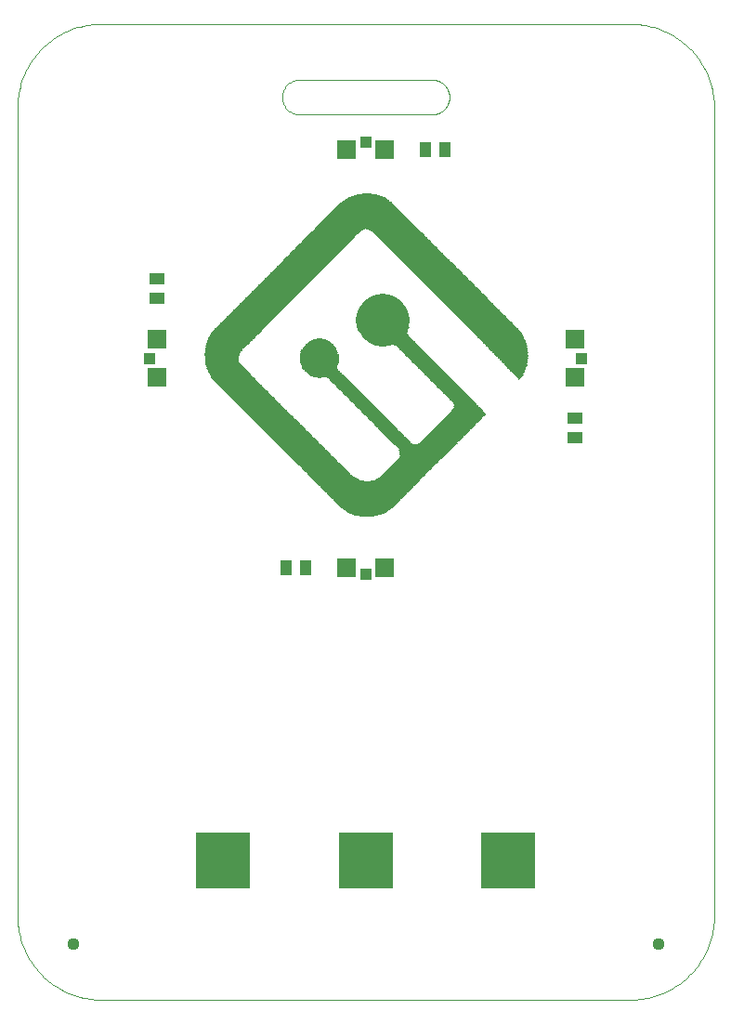
<source format=gbs>
G75*
%MOIN*%
%OFA0B0*%
%FSLAX24Y24*%
%IPPOS*%
%LPD*%
%AMOC8*
5,1,8,0,0,1.08239X$1,22.5*
%
%ADD10C,0.0000*%
%ADD11R,0.0324X0.0018*%
%ADD12R,0.0558X0.0018*%
%ADD13R,0.0738X0.0018*%
%ADD14R,0.0864X0.0018*%
%ADD15R,0.0990X0.0018*%
%ADD16R,0.1062X0.0018*%
%ADD17R,0.1170X0.0018*%
%ADD18R,0.1242X0.0018*%
%ADD19R,0.1314X0.0018*%
%ADD20R,0.1386X0.0018*%
%ADD21R,0.1458X0.0018*%
%ADD22R,0.1512X0.0018*%
%ADD23R,0.1566X0.0018*%
%ADD24R,0.1638X0.0018*%
%ADD25R,0.1674X0.0018*%
%ADD26R,0.1728X0.0018*%
%ADD27R,0.1764X0.0018*%
%ADD28R,0.1818X0.0018*%
%ADD29R,0.1854X0.0018*%
%ADD30R,0.1890X0.0018*%
%ADD31R,0.1926X0.0018*%
%ADD32R,0.1962X0.0018*%
%ADD33R,0.1998X0.0018*%
%ADD34R,0.2034X0.0018*%
%ADD35R,0.2070X0.0018*%
%ADD36R,0.2106X0.0018*%
%ADD37R,0.2142X0.0018*%
%ADD38R,0.2178X0.0018*%
%ADD39R,0.2214X0.0018*%
%ADD40R,0.2250X0.0018*%
%ADD41R,0.2286X0.0018*%
%ADD42R,0.2322X0.0018*%
%ADD43R,0.2358X0.0018*%
%ADD44R,0.2394X0.0018*%
%ADD45R,0.2430X0.0018*%
%ADD46R,0.2466X0.0018*%
%ADD47R,0.2502X0.0018*%
%ADD48R,0.2538X0.0018*%
%ADD49R,0.2574X0.0018*%
%ADD50R,0.2610X0.0018*%
%ADD51R,0.2646X0.0018*%
%ADD52R,0.2682X0.0018*%
%ADD53R,0.2718X0.0018*%
%ADD54R,0.2754X0.0018*%
%ADD55R,0.2790X0.0018*%
%ADD56R,0.2826X0.0018*%
%ADD57R,0.2862X0.0018*%
%ADD58R,0.2898X0.0018*%
%ADD59R,0.2934X0.0018*%
%ADD60R,0.2970X0.0018*%
%ADD61R,0.3006X0.0018*%
%ADD62R,0.3042X0.0018*%
%ADD63R,0.3078X0.0018*%
%ADD64R,0.3114X0.0018*%
%ADD65R,0.3150X0.0018*%
%ADD66R,0.3186X0.0018*%
%ADD67R,0.3222X0.0018*%
%ADD68R,0.3258X0.0018*%
%ADD69R,0.3294X0.0018*%
%ADD70R,0.3330X0.0018*%
%ADD71R,0.3366X0.0018*%
%ADD72R,0.3402X0.0018*%
%ADD73R,0.3438X0.0018*%
%ADD74R,0.3474X0.0018*%
%ADD75R,0.3510X0.0018*%
%ADD76R,0.3546X0.0018*%
%ADD77R,0.3582X0.0018*%
%ADD78R,0.3618X0.0018*%
%ADD79R,0.3654X0.0018*%
%ADD80R,0.3690X0.0018*%
%ADD81R,0.3726X0.0018*%
%ADD82R,0.1800X0.0018*%
%ADD83R,0.1746X0.0018*%
%ADD84R,0.1656X0.0018*%
%ADD85R,0.1602X0.0018*%
%ADD86R,0.1584X0.0018*%
%ADD87R,0.1620X0.0018*%
%ADD88R,0.1602X0.0018*%
%ADD89R,0.1548X0.0018*%
%ADD90R,0.1530X0.0018*%
%ADD91R,0.1584X0.0018*%
%ADD92R,0.1674X0.0018*%
%ADD93R,0.1692X0.0018*%
%ADD94R,0.1710X0.0018*%
%ADD95R,0.1872X0.0018*%
%ADD96R,0.1908X0.0018*%
%ADD97R,0.1944X0.0018*%
%ADD98R,0.1980X0.0018*%
%ADD99R,0.2016X0.0018*%
%ADD100R,0.2052X0.0018*%
%ADD101R,0.2088X0.0018*%
%ADD102R,0.2124X0.0018*%
%ADD103R,0.2160X0.0018*%
%ADD104R,0.1440X0.0018*%
%ADD105R,0.0684X0.0018*%
%ADD106R,0.0666X0.0018*%
%ADD107R,0.1368X0.0018*%
%ADD108R,0.1350X0.0018*%
%ADD109R,0.0648X0.0018*%
%ADD110R,0.1332X0.0018*%
%ADD111R,0.1296X0.0018*%
%ADD112R,0.1260X0.0018*%
%ADD113R,0.1224X0.0018*%
%ADD114R,0.1188X0.0018*%
%ADD115R,0.1152X0.0018*%
%ADD116R,0.1116X0.0018*%
%ADD117R,0.1080X0.0018*%
%ADD118R,0.1026X0.0018*%
%ADD119R,0.0972X0.0018*%
%ADD120R,0.0936X0.0018*%
%ADD121R,0.0918X0.0018*%
%ADD122R,0.0900X0.0018*%
%ADD123R,0.0882X0.0018*%
%ADD124R,0.0846X0.0018*%
%ADD125R,0.0828X0.0018*%
%ADD126R,0.0810X0.0018*%
%ADD127R,0.0792X0.0018*%
%ADD128R,0.0792X0.0018*%
%ADD129R,0.0018X0.0018*%
%ADD130R,0.0054X0.0018*%
%ADD131R,0.1512X0.0018*%
%ADD132R,0.0090X0.0018*%
%ADD133R,0.0108X0.0018*%
%ADD134R,0.0126X0.0018*%
%ADD135R,0.0144X0.0018*%
%ADD136R,0.1494X0.0018*%
%ADD137R,0.0342X0.0018*%
%ADD138R,0.0720X0.0018*%
%ADD139R,0.0180X0.0018*%
%ADD140R,0.1134X0.0018*%
%ADD141R,0.0198X0.0018*%
%ADD142R,0.0234X0.0018*%
%ADD143R,0.1476X0.0018*%
%ADD144R,0.0270X0.0018*%
%ADD145R,0.0288X0.0018*%
%ADD146R,0.1206X0.0018*%
%ADD147R,0.0378X0.0018*%
%ADD148R,0.1224X0.0018*%
%ADD149R,0.0396X0.0018*%
%ADD150R,0.0432X0.0018*%
%ADD151R,0.0450X0.0018*%
%ADD152R,0.1422X0.0018*%
%ADD153R,0.1242X0.0018*%
%ADD154R,0.0486X0.0018*%
%ADD155R,0.1422X0.0018*%
%ADD156R,0.0504X0.0018*%
%ADD157R,0.1404X0.0018*%
%ADD158R,0.0522X0.0018*%
%ADD159R,0.0576X0.0018*%
%ADD160R,0.0594X0.0018*%
%ADD161R,0.0630X0.0018*%
%ADD162R,0.1332X0.0018*%
%ADD163R,0.0702X0.0018*%
%ADD164R,0.1278X0.0018*%
%ADD165R,0.0774X0.0018*%
%ADD166R,0.0882X0.0018*%
%ADD167R,0.0954X0.0018*%
%ADD168R,0.1404X0.0018*%
%ADD169R,0.1008X0.0018*%
%ADD170R,0.1044X0.0018*%
%ADD171R,0.1062X0.0018*%
%ADD172R,0.1098X0.0018*%
%ADD173R,0.1152X0.0018*%
%ADD174R,0.0774X0.0018*%
%ADD175R,0.1044X0.0018*%
%ADD176R,0.0432X0.0018*%
%ADD177R,0.0702X0.0018*%
%ADD178R,0.0216X0.0018*%
%ADD179R,0.1692X0.0018*%
%ADD180R,0.1764X0.0018*%
%ADD181R,0.1782X0.0018*%
%ADD182R,0.1836X0.0018*%
%ADD183R,0.1854X0.0018*%
%ADD184R,0.1872X0.0018*%
%ADD185R,0.1782X0.0018*%
%ADD186R,0.0954X0.0018*%
%ADD187R,0.3672X0.0018*%
%ADD188R,0.3636X0.0018*%
%ADD189R,0.3600X0.0018*%
%ADD190R,0.3564X0.0018*%
%ADD191R,0.3528X0.0018*%
%ADD192R,0.3492X0.0018*%
%ADD193R,0.3456X0.0018*%
%ADD194R,0.3420X0.0018*%
%ADD195R,0.3384X0.0018*%
%ADD196R,0.3348X0.0018*%
%ADD197R,0.3312X0.0018*%
%ADD198R,0.3276X0.0018*%
%ADD199R,0.3240X0.0018*%
%ADD200R,0.3204X0.0018*%
%ADD201R,0.3168X0.0018*%
%ADD202R,0.3132X0.0018*%
%ADD203R,0.3096X0.0018*%
%ADD204R,0.3060X0.0018*%
%ADD205R,0.3024X0.0018*%
%ADD206R,0.2988X0.0018*%
%ADD207R,0.2952X0.0018*%
%ADD208R,0.2916X0.0018*%
%ADD209R,0.2880X0.0018*%
%ADD210R,0.2844X0.0018*%
%ADD211R,0.2808X0.0018*%
%ADD212R,0.2772X0.0018*%
%ADD213R,0.2736X0.0018*%
%ADD214R,0.2700X0.0018*%
%ADD215R,0.2664X0.0018*%
%ADD216R,0.2628X0.0018*%
%ADD217R,0.2592X0.0018*%
%ADD218R,0.2556X0.0018*%
%ADD219R,0.2520X0.0018*%
%ADD220R,0.2484X0.0018*%
%ADD221R,0.2448X0.0018*%
%ADD222R,0.2412X0.0018*%
%ADD223R,0.2376X0.0018*%
%ADD224R,0.2340X0.0018*%
%ADD225R,0.2304X0.0018*%
%ADD226R,0.2268X0.0018*%
%ADD227R,0.2232X0.0018*%
%ADD228R,0.2196X0.0018*%
%ADD229R,0.0306X0.0018*%
%ADD230R,0.0671X0.0671*%
%ADD231R,0.0434X0.0434*%
%ADD232R,0.1930X0.2049*%
%ADD233R,0.0395X0.0552*%
%ADD234R,0.0552X0.0395*%
%ADD235C,0.0437*%
D10*
X000100Y003100D02*
X000100Y032100D01*
X000102Y032207D01*
X000108Y032314D01*
X000117Y032421D01*
X000131Y032527D01*
X000148Y032633D01*
X000169Y032738D01*
X000193Y032842D01*
X000222Y032945D01*
X000254Y033047D01*
X000289Y033148D01*
X000328Y033248D01*
X000371Y033346D01*
X000417Y033443D01*
X000467Y033538D01*
X000520Y033631D01*
X000576Y033722D01*
X000636Y033811D01*
X000698Y033898D01*
X000764Y033982D01*
X000833Y034065D01*
X000904Y034144D01*
X000979Y034221D01*
X001056Y034296D01*
X001135Y034367D01*
X001218Y034436D01*
X001302Y034502D01*
X001389Y034564D01*
X001478Y034624D01*
X001569Y034680D01*
X001662Y034733D01*
X001757Y034783D01*
X001854Y034829D01*
X001952Y034872D01*
X002052Y034911D01*
X002153Y034946D01*
X002255Y034978D01*
X002358Y035007D01*
X002462Y035031D01*
X002567Y035052D01*
X002673Y035069D01*
X002779Y035083D01*
X002886Y035092D01*
X002993Y035098D01*
X003100Y035100D01*
X022100Y035100D01*
X022207Y035098D01*
X022314Y035092D01*
X022421Y035083D01*
X022527Y035069D01*
X022633Y035052D01*
X022738Y035031D01*
X022842Y035007D01*
X022945Y034978D01*
X023047Y034946D01*
X023148Y034911D01*
X023248Y034872D01*
X023346Y034829D01*
X023443Y034783D01*
X023538Y034733D01*
X023631Y034680D01*
X023722Y034624D01*
X023811Y034564D01*
X023898Y034502D01*
X023982Y034436D01*
X024065Y034367D01*
X024144Y034296D01*
X024221Y034221D01*
X024296Y034144D01*
X024367Y034065D01*
X024436Y033982D01*
X024502Y033898D01*
X024564Y033811D01*
X024624Y033722D01*
X024680Y033631D01*
X024733Y033538D01*
X024783Y033443D01*
X024829Y033346D01*
X024872Y033248D01*
X024911Y033148D01*
X024946Y033047D01*
X024978Y032945D01*
X025007Y032842D01*
X025031Y032738D01*
X025052Y032633D01*
X025069Y032527D01*
X025083Y032421D01*
X025092Y032314D01*
X025098Y032207D01*
X025100Y032100D01*
X025100Y003100D01*
X025098Y002993D01*
X025092Y002886D01*
X025083Y002779D01*
X025069Y002673D01*
X025052Y002567D01*
X025031Y002462D01*
X025007Y002358D01*
X024978Y002255D01*
X024946Y002153D01*
X024911Y002052D01*
X024872Y001952D01*
X024829Y001854D01*
X024783Y001757D01*
X024733Y001662D01*
X024680Y001569D01*
X024624Y001478D01*
X024564Y001389D01*
X024502Y001302D01*
X024436Y001218D01*
X024367Y001135D01*
X024296Y001056D01*
X024221Y000979D01*
X024144Y000904D01*
X024065Y000833D01*
X023982Y000764D01*
X023898Y000698D01*
X023811Y000636D01*
X023722Y000576D01*
X023631Y000520D01*
X023538Y000467D01*
X023443Y000417D01*
X023346Y000371D01*
X023248Y000328D01*
X023148Y000289D01*
X023047Y000254D01*
X022945Y000222D01*
X022842Y000193D01*
X022738Y000169D01*
X022633Y000148D01*
X022527Y000131D01*
X022421Y000117D01*
X022314Y000108D01*
X022207Y000102D01*
X022100Y000100D01*
X003100Y000100D01*
X002993Y000102D01*
X002886Y000108D01*
X002779Y000117D01*
X002673Y000131D01*
X002567Y000148D01*
X002462Y000169D01*
X002358Y000193D01*
X002255Y000222D01*
X002153Y000254D01*
X002052Y000289D01*
X001952Y000328D01*
X001854Y000371D01*
X001757Y000417D01*
X001662Y000467D01*
X001569Y000520D01*
X001478Y000576D01*
X001389Y000636D01*
X001302Y000698D01*
X001218Y000764D01*
X001135Y000833D01*
X001056Y000904D01*
X000979Y000979D01*
X000904Y001056D01*
X000833Y001135D01*
X000764Y001218D01*
X000698Y001302D01*
X000636Y001389D01*
X000576Y001478D01*
X000520Y001569D01*
X000467Y001662D01*
X000417Y001757D01*
X000371Y001854D01*
X000328Y001952D01*
X000289Y002052D01*
X000254Y002153D01*
X000222Y002255D01*
X000193Y002358D01*
X000169Y002462D01*
X000148Y002567D01*
X000131Y002673D01*
X000117Y002779D01*
X000108Y002886D01*
X000102Y002993D01*
X000100Y003100D01*
X010225Y031850D02*
X014975Y031850D01*
X015024Y031852D01*
X015073Y031858D01*
X015121Y031867D01*
X015168Y031881D01*
X015214Y031898D01*
X015259Y031918D01*
X015302Y031942D01*
X015342Y031969D01*
X015381Y032000D01*
X015417Y032033D01*
X015450Y032069D01*
X015481Y032108D01*
X015508Y032148D01*
X015532Y032191D01*
X015552Y032236D01*
X015569Y032282D01*
X015583Y032329D01*
X015592Y032377D01*
X015598Y032426D01*
X015600Y032475D01*
X015598Y032524D01*
X015592Y032573D01*
X015583Y032621D01*
X015569Y032668D01*
X015552Y032714D01*
X015532Y032759D01*
X015508Y032802D01*
X015481Y032842D01*
X015450Y032881D01*
X015417Y032917D01*
X015381Y032950D01*
X015342Y032981D01*
X015302Y033008D01*
X015259Y033032D01*
X015214Y033052D01*
X015168Y033069D01*
X015121Y033083D01*
X015073Y033092D01*
X015024Y033098D01*
X014975Y033100D01*
X010225Y033100D01*
X009600Y032475D02*
X009602Y032426D01*
X009608Y032377D01*
X009617Y032329D01*
X009631Y032282D01*
X009648Y032236D01*
X009668Y032191D01*
X009692Y032148D01*
X009719Y032108D01*
X009750Y032069D01*
X009783Y032033D01*
X009819Y032000D01*
X009858Y031969D01*
X009898Y031942D01*
X009941Y031918D01*
X009986Y031898D01*
X010032Y031881D01*
X010079Y031867D01*
X010127Y031858D01*
X010176Y031852D01*
X010225Y031850D01*
X009600Y032475D02*
X009602Y032524D01*
X009608Y032573D01*
X009617Y032621D01*
X009631Y032668D01*
X009648Y032714D01*
X009668Y032759D01*
X009692Y032802D01*
X009719Y032842D01*
X009750Y032881D01*
X009783Y032917D01*
X009819Y032950D01*
X009858Y032981D01*
X009898Y033008D01*
X009941Y033032D01*
X009986Y033052D01*
X010032Y033069D01*
X010079Y033083D01*
X010127Y033092D01*
X010176Y033098D01*
X010225Y033100D01*
D11*
X018093Y022506D03*
X012621Y017412D03*
D12*
X012630Y017430D03*
X010938Y023730D03*
X013224Y025350D03*
X012630Y028968D03*
X018048Y022668D03*
D13*
X017994Y022812D03*
X013998Y019986D03*
X012630Y017448D03*
X010938Y023676D03*
X013224Y025314D03*
X012630Y028950D03*
D14*
X014025Y023568D03*
X016203Y021390D03*
X017967Y022920D03*
X012621Y017466D03*
D15*
X012630Y017484D03*
X016248Y021282D03*
D16*
X016248Y021246D03*
X013224Y025224D03*
X012630Y028896D03*
X012630Y017502D03*
D17*
X012630Y017520D03*
X011244Y022452D03*
X013224Y025188D03*
X017832Y023208D03*
D18*
X012630Y017538D03*
X011028Y022632D03*
X010974Y022704D03*
X010920Y023388D03*
D19*
X010920Y023316D03*
X007500Y023370D03*
X007536Y022794D03*
X012630Y017556D03*
X017742Y023370D03*
X012630Y028842D03*
D20*
X012630Y028824D03*
X010938Y023010D03*
X007626Y022668D03*
X007608Y022686D03*
X012630Y017574D03*
X015150Y020004D03*
X017706Y023442D03*
D21*
X017652Y023532D03*
X017652Y023550D03*
X017634Y023568D03*
X013206Y025044D03*
X007590Y023532D03*
X007698Y022560D03*
X007716Y022542D03*
X012630Y017592D03*
D22*
X012639Y017610D03*
X007869Y022344D03*
X007833Y022380D03*
X007815Y022398D03*
X007635Y023604D03*
X013215Y025008D03*
X017589Y023640D03*
D23*
X017544Y023712D03*
X014592Y019536D03*
X014574Y019518D03*
X013818Y018780D03*
X012630Y017628D03*
X011388Y018834D03*
X011370Y018852D03*
X011352Y018870D03*
X011262Y018960D03*
X011244Y018978D03*
X011226Y018996D03*
X011208Y019014D03*
X011190Y019032D03*
X011172Y019050D03*
X011154Y019068D03*
X011136Y019086D03*
X011118Y019104D03*
X011100Y019122D03*
X011082Y019140D03*
X011064Y019158D03*
X011046Y019176D03*
X011028Y019194D03*
X011010Y019212D03*
X010992Y019230D03*
X010974Y019248D03*
X010956Y019266D03*
X010938Y019284D03*
X013656Y023586D03*
X013206Y024972D03*
X007698Y023694D03*
X007680Y023676D03*
D24*
X007770Y023802D03*
X007788Y023820D03*
X012630Y017646D03*
X014646Y019626D03*
X013548Y023658D03*
X013530Y023676D03*
X013206Y024918D03*
X017436Y023856D03*
X017454Y023838D03*
D25*
X017400Y023910D03*
X017382Y023928D03*
X013422Y023766D03*
X013386Y023802D03*
X013368Y023820D03*
X013350Y023838D03*
X013296Y023910D03*
X013278Y023928D03*
X013278Y023946D03*
X013260Y023964D03*
X013206Y024882D03*
X013206Y024900D03*
X011550Y018726D03*
X012630Y017664D03*
X007842Y023892D03*
D26*
X007941Y024018D03*
X007959Y024036D03*
X007977Y024054D03*
X007995Y024072D03*
X008013Y024090D03*
X010515Y026610D03*
X010533Y026628D03*
X010551Y026646D03*
X010569Y026664D03*
X010587Y026682D03*
X010605Y026700D03*
X010623Y026718D03*
X010641Y026736D03*
X010659Y026754D03*
X010677Y026772D03*
X010695Y026790D03*
X010713Y026808D03*
X010731Y026826D03*
X010749Y026844D03*
X010767Y026862D03*
X010785Y026880D03*
X010803Y026898D03*
X010821Y026916D03*
X010839Y026934D03*
X010857Y026952D03*
X010875Y026970D03*
X010893Y026988D03*
X010911Y027006D03*
X010929Y027024D03*
X010947Y027042D03*
X010965Y027060D03*
X010983Y027078D03*
X011001Y027096D03*
X011019Y027114D03*
X011037Y027132D03*
X011055Y027150D03*
X011073Y027168D03*
X011091Y027186D03*
X011109Y027204D03*
X011127Y027222D03*
X011145Y027240D03*
X011163Y027258D03*
X011181Y027276D03*
X011199Y027294D03*
X011217Y027312D03*
X011235Y027330D03*
X011253Y027348D03*
X011559Y027654D03*
X013701Y027636D03*
X013719Y027618D03*
X013935Y027402D03*
X013953Y027384D03*
X013971Y027366D03*
X013989Y027348D03*
X014007Y027330D03*
X014025Y027312D03*
X014043Y027294D03*
X014061Y027276D03*
X014079Y027258D03*
X014097Y027240D03*
X014115Y027222D03*
X014133Y027204D03*
X014151Y027186D03*
X014169Y027168D03*
X014187Y027150D03*
X014205Y027132D03*
X014223Y027114D03*
X014241Y027096D03*
X014259Y027078D03*
X014277Y027060D03*
X014295Y027042D03*
X014313Y027024D03*
X014331Y027006D03*
X014349Y026988D03*
X014367Y026970D03*
X014385Y026952D03*
X014403Y026934D03*
X014421Y026916D03*
X014439Y026898D03*
X014457Y026880D03*
X014475Y026862D03*
X014493Y026844D03*
X014511Y026826D03*
X014529Y026808D03*
X014547Y026790D03*
X014565Y026772D03*
X014583Y026754D03*
X014601Y026736D03*
X014619Y026718D03*
X014637Y026700D03*
X014655Y026682D03*
X014673Y026664D03*
X014691Y026646D03*
X014709Y026628D03*
X014727Y026610D03*
X014745Y026592D03*
X016041Y025296D03*
X016059Y025278D03*
X016077Y025260D03*
X016095Y025242D03*
X016113Y025224D03*
X016131Y025206D03*
X016149Y025188D03*
X016167Y025170D03*
X016185Y025152D03*
X016203Y025134D03*
X016221Y025116D03*
X016239Y025098D03*
X016257Y025080D03*
X016275Y025062D03*
X016293Y025044D03*
X016311Y025026D03*
X016329Y025008D03*
X016347Y024990D03*
X016365Y024972D03*
X016383Y024954D03*
X016401Y024936D03*
X016419Y024918D03*
X016437Y024900D03*
X016455Y024882D03*
X016473Y024864D03*
X016491Y024846D03*
X016509Y024828D03*
X016527Y024810D03*
X016545Y024792D03*
X016563Y024774D03*
X016581Y024756D03*
X016599Y024738D03*
X016617Y024720D03*
X016635Y024702D03*
X016653Y024684D03*
X016671Y024666D03*
X016689Y024648D03*
X016707Y024630D03*
X016725Y024612D03*
X016743Y024594D03*
X016761Y024576D03*
X016779Y024558D03*
X016797Y024540D03*
X016815Y024522D03*
X016833Y024504D03*
X016851Y024486D03*
X016869Y024468D03*
X016887Y024450D03*
X016905Y024432D03*
X016923Y024414D03*
X016941Y024396D03*
X016959Y024378D03*
X016977Y024360D03*
X016995Y024342D03*
X017013Y024324D03*
X017031Y024306D03*
X017049Y024288D03*
X017067Y024270D03*
X017085Y024252D03*
X017103Y024234D03*
X017121Y024216D03*
X017139Y024198D03*
X017157Y024180D03*
X017175Y024162D03*
X017193Y024144D03*
X017211Y024126D03*
X017229Y024108D03*
X017247Y024090D03*
X017265Y024072D03*
X017283Y024054D03*
X014691Y019716D03*
X012639Y017682D03*
X011595Y018708D03*
X013233Y024036D03*
X013233Y024054D03*
D27*
X013629Y027690D03*
X014709Y019752D03*
X012639Y017700D03*
D28*
X012630Y017718D03*
X014718Y019788D03*
X013224Y024162D03*
X013206Y024720D03*
X013206Y024738D03*
X011676Y027726D03*
D29*
X013548Y027726D03*
X013206Y024666D03*
X014718Y019806D03*
X012630Y017736D03*
D30*
X012630Y017754D03*
X013224Y024270D03*
X013224Y024288D03*
X013224Y024306D03*
X013224Y024324D03*
X013224Y024342D03*
X013206Y024576D03*
D31*
X012630Y017772D03*
D32*
X012630Y017790D03*
D33*
X012630Y017808D03*
D34*
X012630Y017826D03*
D35*
X012630Y017844D03*
D36*
X012630Y017862D03*
D37*
X012630Y017880D03*
D38*
X012630Y017898D03*
D39*
X012630Y017916D03*
D40*
X012630Y017934D03*
D41*
X012630Y017952D03*
D42*
X012630Y017970D03*
D43*
X012630Y017988D03*
D44*
X012630Y018006D03*
D45*
X012630Y018024D03*
D46*
X012630Y018042D03*
D47*
X012630Y018060D03*
D48*
X012630Y018078D03*
D49*
X012630Y018096D03*
D50*
X012630Y018114D03*
D51*
X012630Y018132D03*
D52*
X012630Y018150D03*
D53*
X012630Y018168D03*
D54*
X012630Y018186D03*
D55*
X012630Y018204D03*
D56*
X012630Y018222D03*
D57*
X012630Y018240D03*
D58*
X012630Y018258D03*
D59*
X012630Y018276D03*
D60*
X012630Y018294D03*
D61*
X012630Y018312D03*
D62*
X012630Y018330D03*
D63*
X012630Y018348D03*
D64*
X012630Y018366D03*
D65*
X012630Y018384D03*
D66*
X012630Y018402D03*
D67*
X012630Y018420D03*
D68*
X012630Y018438D03*
D69*
X012630Y018456D03*
D70*
X012630Y018474D03*
D71*
X012630Y018492D03*
D72*
X012630Y018510D03*
D73*
X012630Y018528D03*
D74*
X012630Y018546D03*
D75*
X012630Y018564D03*
D76*
X012630Y018582D03*
D77*
X012630Y018600D03*
D78*
X012630Y018618D03*
D79*
X012630Y018636D03*
D80*
X012630Y018654D03*
D81*
X012630Y018672D03*
D82*
X011649Y018690D03*
X014709Y019770D03*
X013233Y024144D03*
X013215Y024756D03*
X013593Y027708D03*
D83*
X013656Y027672D03*
X013674Y027654D03*
X012630Y028698D03*
X011604Y027690D03*
X011586Y027672D03*
X010506Y026592D03*
X010488Y026574D03*
X010470Y026556D03*
X010452Y026538D03*
X010434Y026520D03*
X010416Y026502D03*
X010398Y026484D03*
X010380Y026466D03*
X010362Y026448D03*
X010344Y026430D03*
X010326Y026412D03*
X010308Y026394D03*
X010290Y026376D03*
X010272Y026358D03*
X010254Y026340D03*
X010236Y026322D03*
X010218Y026304D03*
X010200Y026286D03*
X010182Y026268D03*
X010164Y026250D03*
X010146Y026232D03*
X010128Y026214D03*
X010110Y026196D03*
X010092Y026178D03*
X010074Y026160D03*
X010056Y026142D03*
X010038Y026124D03*
X010020Y026106D03*
X010002Y026088D03*
X009984Y026070D03*
X009966Y026052D03*
X009948Y026034D03*
X009930Y026016D03*
X009912Y025998D03*
X009894Y025980D03*
X009876Y025962D03*
X009858Y025944D03*
X009840Y025926D03*
X009822Y025908D03*
X009804Y025890D03*
X009786Y025872D03*
X009768Y025854D03*
X009750Y025836D03*
X009732Y025818D03*
X009714Y025800D03*
X009696Y025782D03*
X009678Y025764D03*
X009660Y025746D03*
X009642Y025728D03*
X009624Y025710D03*
X009606Y025692D03*
X009588Y025674D03*
X009570Y025656D03*
X009552Y025638D03*
X009534Y025620D03*
X009516Y025602D03*
X009498Y025584D03*
X009480Y025566D03*
X009462Y025548D03*
X009444Y025530D03*
X009426Y025512D03*
X009408Y025494D03*
X009390Y025476D03*
X009372Y025458D03*
X009354Y025440D03*
X009336Y025422D03*
X009318Y025404D03*
X009300Y025386D03*
X009282Y025368D03*
X009264Y025350D03*
X009246Y025332D03*
X009228Y025314D03*
X009210Y025296D03*
X009192Y025278D03*
X009174Y025260D03*
X009156Y025242D03*
X009138Y025224D03*
X009120Y025206D03*
X009102Y025188D03*
X009084Y025170D03*
X009066Y025152D03*
X009048Y025134D03*
X009030Y025116D03*
X009012Y025098D03*
X008994Y025080D03*
X008976Y025062D03*
X008958Y025044D03*
X008940Y025026D03*
X008922Y025008D03*
X008904Y024990D03*
X008886Y024972D03*
X008868Y024954D03*
X008850Y024936D03*
X008832Y024918D03*
X008814Y024900D03*
X008796Y024882D03*
X008778Y024864D03*
X008760Y024846D03*
X008742Y024828D03*
X008724Y024810D03*
X008706Y024792D03*
X008688Y024774D03*
X008670Y024756D03*
X008652Y024738D03*
X008634Y024720D03*
X008616Y024702D03*
X008598Y024684D03*
X008580Y024666D03*
X008562Y024648D03*
X008544Y024630D03*
X008526Y024612D03*
X008508Y024594D03*
X008490Y024576D03*
X008472Y024558D03*
X008454Y024540D03*
X008436Y024522D03*
X008418Y024504D03*
X008400Y024486D03*
X008382Y024468D03*
X008364Y024450D03*
X008346Y024432D03*
X008328Y024414D03*
X008310Y024396D03*
X008292Y024378D03*
X008274Y024360D03*
X008256Y024342D03*
X008238Y024324D03*
X008220Y024306D03*
X008202Y024288D03*
X008184Y024270D03*
X008166Y024252D03*
X008148Y024234D03*
X008130Y024216D03*
X008112Y024198D03*
X008094Y024180D03*
X008076Y024162D03*
X008058Y024144D03*
X008040Y024126D03*
X008022Y024108D03*
X013224Y024072D03*
X013206Y024810D03*
X013206Y024828D03*
X014862Y026484D03*
X014880Y026466D03*
X014898Y026448D03*
X014916Y026430D03*
X014934Y026412D03*
X014952Y026394D03*
X014970Y026376D03*
X014988Y026358D03*
X015006Y026340D03*
X015024Y026322D03*
X015042Y026304D03*
X015060Y026286D03*
X015078Y026268D03*
X015096Y026250D03*
X015114Y026232D03*
X015132Y026214D03*
X015150Y026196D03*
X015168Y026178D03*
X015186Y026160D03*
X015204Y026142D03*
X015222Y026124D03*
X015240Y026106D03*
X015258Y026088D03*
X015276Y026070D03*
X015294Y026052D03*
X015312Y026034D03*
X015330Y026016D03*
X015348Y025998D03*
X015366Y025980D03*
X015384Y025962D03*
X015402Y025944D03*
X015420Y025926D03*
X015438Y025908D03*
X015456Y025890D03*
X015474Y025872D03*
X015492Y025854D03*
X015510Y025836D03*
X015528Y025818D03*
X015546Y025800D03*
X015564Y025782D03*
X015582Y025764D03*
X015600Y025746D03*
X015618Y025728D03*
X015636Y025710D03*
X015654Y025692D03*
X015672Y025674D03*
X015690Y025656D03*
X015708Y025638D03*
X015726Y025620D03*
X015744Y025602D03*
X015762Y025584D03*
X015780Y025566D03*
X015798Y025548D03*
X015816Y025530D03*
X015834Y025512D03*
X015852Y025494D03*
X015870Y025476D03*
X015888Y025458D03*
X015906Y025440D03*
X015924Y025422D03*
X015942Y025404D03*
X015960Y025386D03*
X015978Y025368D03*
X015996Y025350D03*
X016014Y025332D03*
X016032Y025314D03*
X014844Y026502D03*
X014826Y026520D03*
X014808Y026538D03*
X014790Y026556D03*
X014772Y026574D03*
X014700Y019734D03*
X013638Y018690D03*
D84*
X013701Y018708D03*
X014655Y019644D03*
X013503Y023694D03*
X013485Y023712D03*
X013467Y023730D03*
X013449Y023748D03*
X013341Y023856D03*
X013323Y023874D03*
X013305Y023892D03*
X012621Y028734D03*
X017409Y023892D03*
X017427Y023874D03*
X011523Y018744D03*
X007815Y023856D03*
X007797Y023838D03*
D85*
X013206Y024954D03*
X013602Y023622D03*
X013746Y018726D03*
D86*
X013773Y018744D03*
X013791Y018762D03*
X014601Y019554D03*
X011433Y018798D03*
X011415Y018816D03*
X007707Y023712D03*
X007725Y023730D03*
X017517Y023748D03*
X017535Y023730D03*
D87*
X017481Y023802D03*
X017463Y023820D03*
X014637Y019608D03*
X013575Y023640D03*
X013215Y024936D03*
X011487Y018762D03*
X007743Y023766D03*
X007761Y023784D03*
D88*
X007734Y023748D03*
X011460Y018780D03*
X014628Y019590D03*
X017508Y023766D03*
X017490Y023784D03*
X012630Y028752D03*
D89*
X012621Y028770D03*
X013215Y024990D03*
X009831Y020382D03*
X009813Y020400D03*
X009795Y020418D03*
X009777Y020436D03*
X009759Y020454D03*
X009741Y020472D03*
X009723Y020490D03*
X009705Y020508D03*
X009687Y020526D03*
X009669Y020544D03*
X009651Y020562D03*
X009633Y020580D03*
X009615Y020598D03*
X009597Y020616D03*
X009579Y020634D03*
X009561Y020652D03*
X009543Y020670D03*
X009525Y020688D03*
X009507Y020706D03*
X009489Y020724D03*
X009471Y020742D03*
X009453Y020760D03*
X009435Y020778D03*
X009417Y020796D03*
X009399Y020814D03*
X009381Y020832D03*
X009363Y020850D03*
X009345Y020868D03*
X009327Y020886D03*
X009309Y020904D03*
X009291Y020922D03*
X009849Y020364D03*
X009867Y020346D03*
X009885Y020328D03*
X009903Y020310D03*
X009921Y020292D03*
X009939Y020274D03*
X009957Y020256D03*
X009975Y020238D03*
X009993Y020220D03*
X010011Y020202D03*
X010029Y020184D03*
X010047Y020166D03*
X010065Y020148D03*
X010083Y020130D03*
X010101Y020112D03*
X010119Y020094D03*
X010137Y020076D03*
X010155Y020058D03*
X010173Y020040D03*
X010191Y020022D03*
X010209Y020004D03*
X010227Y019986D03*
X010245Y019968D03*
X010263Y019950D03*
X010281Y019932D03*
X010299Y019914D03*
X010317Y019896D03*
X010335Y019878D03*
X010353Y019860D03*
X010371Y019842D03*
X010389Y019824D03*
X010407Y019806D03*
X010425Y019788D03*
X010443Y019770D03*
X010461Y019752D03*
X010479Y019734D03*
X010497Y019716D03*
X010515Y019698D03*
X010533Y019680D03*
X010551Y019662D03*
X010569Y019644D03*
X010587Y019626D03*
X010605Y019608D03*
X010623Y019590D03*
X010641Y019572D03*
X010659Y019554D03*
X010677Y019536D03*
X010695Y019518D03*
X010713Y019500D03*
X010731Y019482D03*
X010749Y019464D03*
X010767Y019446D03*
X010785Y019428D03*
X010803Y019410D03*
X010821Y019392D03*
X010839Y019374D03*
X010857Y019356D03*
X010875Y019338D03*
X010893Y019320D03*
X010911Y019302D03*
X011271Y018942D03*
X011289Y018924D03*
X011307Y018906D03*
X011325Y018888D03*
X013845Y018798D03*
X013863Y018816D03*
X013881Y018834D03*
X014547Y019482D03*
X014565Y019500D03*
X017571Y023676D03*
X017553Y023694D03*
X007671Y023658D03*
D90*
X007662Y023640D03*
X007644Y023622D03*
X007878Y022326D03*
X007896Y022308D03*
X007914Y022290D03*
X007932Y022272D03*
X007950Y022254D03*
X007968Y022236D03*
X007986Y022218D03*
X008004Y022200D03*
X008022Y022182D03*
X008040Y022164D03*
X008058Y022146D03*
X008076Y022128D03*
X008094Y022110D03*
X008112Y022092D03*
X008130Y022074D03*
X008148Y022056D03*
X008166Y022038D03*
X008184Y022020D03*
X008202Y022002D03*
X008220Y021984D03*
X008238Y021966D03*
X008256Y021948D03*
X008274Y021930D03*
X008292Y021912D03*
X008310Y021894D03*
X008328Y021876D03*
X008346Y021858D03*
X008364Y021840D03*
X008382Y021822D03*
X008400Y021804D03*
X008418Y021786D03*
X008436Y021768D03*
X008454Y021750D03*
X008472Y021732D03*
X008490Y021714D03*
X008508Y021696D03*
X008526Y021678D03*
X008544Y021660D03*
X008562Y021642D03*
X008580Y021624D03*
X008598Y021606D03*
X008616Y021588D03*
X008634Y021570D03*
X008652Y021552D03*
X008670Y021534D03*
X008688Y021516D03*
X008706Y021498D03*
X008724Y021480D03*
X008742Y021462D03*
X008760Y021444D03*
X008778Y021426D03*
X008796Y021408D03*
X008814Y021390D03*
X008832Y021372D03*
X008850Y021354D03*
X008868Y021336D03*
X008886Y021318D03*
X008904Y021300D03*
X008922Y021282D03*
X008940Y021264D03*
X008958Y021246D03*
X008976Y021228D03*
X008994Y021210D03*
X009012Y021192D03*
X009030Y021174D03*
X009048Y021156D03*
X009066Y021138D03*
X009084Y021120D03*
X009102Y021102D03*
X009120Y021084D03*
X009138Y021066D03*
X009156Y021048D03*
X009174Y021030D03*
X009192Y021012D03*
X009210Y020994D03*
X009228Y020976D03*
X009246Y020958D03*
X009264Y020940D03*
X013908Y018852D03*
X013926Y018870D03*
X013944Y018888D03*
X013962Y018906D03*
X013980Y018924D03*
X013998Y018942D03*
X014016Y018960D03*
X014034Y018978D03*
X014052Y018996D03*
X014070Y019014D03*
X014088Y019032D03*
X014106Y019050D03*
X014124Y019068D03*
X014142Y019086D03*
X014160Y019104D03*
X014178Y019122D03*
X014196Y019140D03*
X014214Y019158D03*
X014232Y019176D03*
X014250Y019194D03*
X014268Y019212D03*
X014286Y019230D03*
X014304Y019248D03*
X014322Y019266D03*
X014340Y019284D03*
X014358Y019302D03*
X014376Y019320D03*
X014394Y019338D03*
X014412Y019356D03*
X014430Y019374D03*
X014448Y019392D03*
X014466Y019410D03*
X014484Y019428D03*
X014502Y019446D03*
X014520Y019464D03*
X017580Y023658D03*
D91*
X014619Y019572D03*
X013629Y023604D03*
D92*
X013404Y023784D03*
X014664Y019662D03*
X007824Y023874D03*
D93*
X007869Y023928D03*
X014673Y019680D03*
X017373Y023946D03*
X017355Y023964D03*
D94*
X017328Y024000D03*
X017310Y024018D03*
X017292Y024036D03*
X013926Y027420D03*
X013908Y027438D03*
X013890Y027456D03*
X013872Y027474D03*
X013854Y027492D03*
X013836Y027510D03*
X013818Y027528D03*
X013800Y027546D03*
X013782Y027564D03*
X013764Y027582D03*
X013746Y027600D03*
X013206Y024864D03*
X013206Y024846D03*
X013242Y024018D03*
X011262Y027366D03*
X011280Y027384D03*
X011298Y027402D03*
X011316Y027420D03*
X011334Y027438D03*
X011352Y027456D03*
X011388Y027492D03*
X011406Y027510D03*
X011424Y027528D03*
X011442Y027546D03*
X011460Y027564D03*
X011478Y027582D03*
X011496Y027600D03*
X011514Y027618D03*
X011532Y027636D03*
X007932Y024000D03*
X007914Y023982D03*
X007896Y023964D03*
X014682Y019698D03*
D95*
X014727Y019824D03*
X012621Y028644D03*
D96*
X012621Y028626D03*
X013215Y024558D03*
X013215Y024540D03*
X013215Y024522D03*
X013215Y024504D03*
X013215Y024486D03*
X013215Y024468D03*
X013215Y024450D03*
X013215Y024432D03*
X013215Y024414D03*
X013215Y024396D03*
X013215Y024378D03*
X013215Y024360D03*
X014727Y019842D03*
D97*
X014727Y019860D03*
X012621Y028608D03*
D98*
X012621Y028590D03*
X014727Y019878D03*
D99*
X014727Y019896D03*
X012621Y028572D03*
D100*
X012621Y028554D03*
X014727Y019914D03*
D101*
X014727Y019932D03*
X012621Y028536D03*
D102*
X012621Y028518D03*
X014727Y019950D03*
D103*
X014727Y019968D03*
X012621Y028500D03*
D104*
X012621Y028806D03*
X013215Y025062D03*
X015105Y019986D03*
X017661Y023514D03*
X007689Y022578D03*
X007671Y022596D03*
X007581Y023514D03*
D105*
X013953Y020004D03*
D106*
X013926Y020022D03*
X013908Y020040D03*
X013890Y020058D03*
X013872Y020076D03*
X013854Y020094D03*
X013836Y020112D03*
X013818Y020130D03*
X013800Y020148D03*
X013782Y020166D03*
X013764Y020184D03*
X013746Y020202D03*
X013728Y020220D03*
X013710Y020238D03*
X013692Y020256D03*
X013674Y020274D03*
X013656Y020292D03*
X013638Y020310D03*
X013620Y020328D03*
X013602Y020346D03*
X013584Y020364D03*
X013566Y020382D03*
X013548Y020400D03*
X013530Y020418D03*
X013512Y020436D03*
X013494Y020454D03*
X013476Y020472D03*
X013458Y020490D03*
X013440Y020508D03*
X013422Y020526D03*
X013404Y020544D03*
X013386Y020562D03*
X013368Y020580D03*
X011568Y022380D03*
X011550Y022398D03*
X013224Y025332D03*
X018012Y022758D03*
D107*
X017715Y023424D03*
X015195Y020040D03*
X015177Y020022D03*
X013215Y025098D03*
X010929Y023226D03*
X010929Y023208D03*
X010929Y023190D03*
X010929Y023172D03*
X010929Y022992D03*
X010929Y022974D03*
X010929Y022956D03*
X010929Y022938D03*
X010929Y022920D03*
X007599Y022704D03*
X007581Y022722D03*
X007527Y023442D03*
D108*
X007518Y023424D03*
X007518Y023406D03*
X007572Y022740D03*
X010920Y023244D03*
X010920Y023262D03*
X015222Y020058D03*
X015240Y020076D03*
X015258Y020094D03*
X015276Y020112D03*
X015294Y020130D03*
X015312Y020148D03*
X015330Y020166D03*
X015348Y020184D03*
X015366Y020202D03*
X015384Y020220D03*
X015402Y020238D03*
X015420Y020256D03*
X015438Y020274D03*
X015456Y020292D03*
X015474Y020310D03*
X015492Y020328D03*
X015510Y020346D03*
X015528Y020364D03*
X015546Y020382D03*
X015564Y020400D03*
X015582Y020418D03*
X015600Y020436D03*
X015618Y020454D03*
X015636Y020472D03*
X015654Y020490D03*
X015672Y020508D03*
X015690Y020526D03*
X015708Y020544D03*
X015726Y020562D03*
X015744Y020580D03*
X015762Y020598D03*
X015780Y020616D03*
X015798Y020634D03*
X015816Y020652D03*
X015834Y020670D03*
X015852Y020688D03*
X015870Y020706D03*
X015888Y020724D03*
X015906Y020742D03*
X015924Y020760D03*
X015942Y020778D03*
X015960Y020796D03*
X015978Y020814D03*
X015996Y020832D03*
X016014Y020850D03*
X016032Y020868D03*
X016050Y020886D03*
X016068Y020904D03*
X016086Y020922D03*
X016104Y020940D03*
X016122Y020958D03*
X016140Y020976D03*
X016158Y020994D03*
X016176Y021012D03*
X016194Y021030D03*
X016212Y021048D03*
X016230Y021066D03*
X016248Y021084D03*
X017724Y023406D03*
D109*
X018021Y022740D03*
X013359Y020598D03*
X013341Y020616D03*
X013323Y020634D03*
X013305Y020652D03*
X013287Y020670D03*
X013269Y020688D03*
X013251Y020706D03*
X013233Y020724D03*
X013215Y020742D03*
X013197Y020760D03*
X013179Y020778D03*
X013161Y020796D03*
X013143Y020814D03*
X013125Y020832D03*
X013107Y020850D03*
X013089Y020868D03*
X013071Y020886D03*
X013053Y020904D03*
X013035Y020922D03*
X013017Y020940D03*
X012999Y020958D03*
X012981Y020976D03*
X012963Y020994D03*
X012945Y021012D03*
X012927Y021030D03*
X012909Y021048D03*
X012891Y021066D03*
X012873Y021084D03*
X012855Y021102D03*
X012837Y021120D03*
X012819Y021138D03*
X012801Y021156D03*
X012783Y021174D03*
X012765Y021192D03*
X012747Y021210D03*
X012729Y021228D03*
X012711Y021246D03*
X012693Y021264D03*
X012675Y021282D03*
X012657Y021300D03*
X012639Y021318D03*
X012621Y021336D03*
X012603Y021354D03*
X012585Y021372D03*
X012567Y021390D03*
X012549Y021408D03*
X012531Y021426D03*
X012513Y021444D03*
X012495Y021462D03*
X012477Y021480D03*
X012459Y021498D03*
X012441Y021516D03*
X012423Y021534D03*
X012405Y021552D03*
X012387Y021570D03*
X012369Y021588D03*
X012351Y021606D03*
X012333Y021624D03*
X012315Y021642D03*
X012297Y021660D03*
X012279Y021678D03*
X012261Y021696D03*
X012243Y021714D03*
X012225Y021732D03*
X012207Y021750D03*
X012189Y021768D03*
X012171Y021786D03*
X012153Y021804D03*
X012135Y021822D03*
X012117Y021840D03*
X012099Y021858D03*
X012081Y021876D03*
X012063Y021894D03*
X012045Y021912D03*
X012027Y021930D03*
X012009Y021948D03*
X011991Y021966D03*
X011973Y021984D03*
X011955Y022002D03*
X011937Y022020D03*
X011919Y022038D03*
X011901Y022056D03*
X011883Y022074D03*
X011865Y022092D03*
X011847Y022110D03*
X011829Y022128D03*
X011811Y022146D03*
X011793Y022164D03*
X011775Y022182D03*
X011757Y022200D03*
X011739Y022218D03*
X011721Y022236D03*
X011703Y022254D03*
X011685Y022272D03*
X011667Y022290D03*
X011649Y022308D03*
X011631Y022326D03*
X011613Y022344D03*
X011595Y022362D03*
D110*
X016257Y021102D03*
D111*
X016257Y021120D03*
X017769Y023334D03*
X017751Y023352D03*
X013215Y025134D03*
X010929Y023334D03*
X010929Y022848D03*
X010929Y022830D03*
X007527Y022812D03*
X007473Y023316D03*
X007473Y023334D03*
X007491Y023352D03*
D112*
X007455Y023262D03*
X007455Y023244D03*
X007491Y022866D03*
X010947Y022776D03*
X010947Y022758D03*
X010929Y023370D03*
X013215Y025152D03*
X016257Y021138D03*
X017787Y023298D03*
D113*
X017805Y023262D03*
X016257Y021156D03*
X011145Y022524D03*
X011127Y022542D03*
X011091Y022578D03*
X011073Y022596D03*
X011001Y022668D03*
X010983Y022686D03*
X010965Y022722D03*
X007473Y022902D03*
X007455Y022938D03*
X007437Y023064D03*
X007437Y023082D03*
X007437Y023100D03*
X007437Y023118D03*
X007437Y023136D03*
X007437Y023154D03*
X007437Y023172D03*
X012621Y028860D03*
D114*
X010929Y023442D03*
X011199Y022488D03*
X011217Y022470D03*
X007437Y023046D03*
X016257Y021174D03*
X017823Y023226D03*
D115*
X017841Y023190D03*
X016257Y021192D03*
D116*
X016257Y021210D03*
X017859Y023154D03*
X013215Y025206D03*
X010929Y023496D03*
D117*
X010929Y023514D03*
X016257Y021228D03*
X017877Y023118D03*
D118*
X017904Y023064D03*
X016248Y021264D03*
X010938Y023550D03*
D119*
X010929Y023586D03*
X016239Y021300D03*
X017913Y023028D03*
D120*
X017931Y022992D03*
X016239Y021318D03*
D121*
X016230Y021336D03*
X017940Y022974D03*
X010938Y023604D03*
D122*
X016221Y021354D03*
X017949Y022956D03*
D123*
X016212Y021372D03*
D124*
X016194Y021408D03*
X010938Y023640D03*
X012630Y028932D03*
D125*
X017967Y022902D03*
X016185Y021426D03*
D126*
X016176Y021444D03*
X016158Y021462D03*
X017976Y022884D03*
X014070Y023550D03*
X013224Y025296D03*
D127*
X014115Y023514D03*
X014169Y023460D03*
X014205Y023424D03*
X014223Y023406D03*
X014259Y023370D03*
X014295Y023334D03*
X014313Y023316D03*
X014349Y023280D03*
X014385Y023244D03*
X014403Y023226D03*
X014439Y023190D03*
X014475Y023154D03*
X014493Y023136D03*
X014529Y023100D03*
X014565Y023064D03*
X014583Y023046D03*
X014619Y023010D03*
X014655Y022974D03*
X014673Y022956D03*
X014709Y022920D03*
X014745Y022884D03*
X014763Y022866D03*
X014799Y022830D03*
X014835Y022794D03*
X014853Y022776D03*
X014889Y022740D03*
X014925Y022704D03*
X014943Y022686D03*
X014979Y022650D03*
X015015Y022614D03*
X015033Y022596D03*
X015069Y022560D03*
X015105Y022524D03*
X015123Y022506D03*
X015159Y022470D03*
X015195Y022434D03*
X015213Y022416D03*
X015249Y022380D03*
X015285Y022344D03*
X015303Y022326D03*
X015339Y022290D03*
X015375Y022254D03*
X015393Y022236D03*
X015429Y022200D03*
X015465Y022164D03*
X015483Y022146D03*
X015519Y022110D03*
X015555Y022074D03*
X015573Y022056D03*
X015609Y022020D03*
X015645Y021984D03*
X015663Y021966D03*
X015699Y021930D03*
X015735Y021894D03*
X015753Y021876D03*
X015789Y021840D03*
X015825Y021804D03*
X015843Y021786D03*
X015879Y021750D03*
X015915Y021714D03*
X015933Y021696D03*
X015969Y021660D03*
X016005Y021624D03*
X016023Y021606D03*
X016059Y021570D03*
X016095Y021534D03*
X016113Y021516D03*
X016149Y021480D03*
X017985Y022866D03*
X010929Y023658D03*
D128*
X014097Y023532D03*
X014151Y023478D03*
X014187Y023442D03*
X014241Y023388D03*
X014277Y023352D03*
X014331Y023298D03*
X014367Y023262D03*
X014421Y023208D03*
X014457Y023172D03*
X014511Y023118D03*
X014547Y023082D03*
X014601Y023028D03*
X014637Y022992D03*
X014691Y022938D03*
X014727Y022902D03*
X014781Y022848D03*
X014817Y022812D03*
X014871Y022758D03*
X014907Y022722D03*
X014961Y022668D03*
X014997Y022632D03*
X015051Y022578D03*
X015087Y022542D03*
X015141Y022488D03*
X015177Y022452D03*
X015231Y022398D03*
X015267Y022362D03*
X015321Y022308D03*
X015357Y022272D03*
X015411Y022218D03*
X015447Y022182D03*
X015501Y022128D03*
X015537Y022092D03*
X015591Y022038D03*
X015627Y022002D03*
X015681Y021948D03*
X015717Y021912D03*
X015771Y021858D03*
X015807Y021822D03*
X015861Y021768D03*
X015897Y021732D03*
X015951Y021678D03*
X015987Y021642D03*
X016041Y021588D03*
X016077Y021552D03*
X016131Y021498D03*
D129*
X018120Y022326D03*
D130*
X018120Y022344D03*
D131*
X017607Y023622D03*
X007851Y022362D03*
D132*
X018120Y022362D03*
D133*
X018111Y022380D03*
D134*
X010938Y022398D03*
D135*
X018111Y022398D03*
D136*
X017616Y023604D03*
X013206Y025026D03*
X012630Y028788D03*
X007626Y023586D03*
X007752Y022488D03*
X007770Y022452D03*
X007788Y022434D03*
X007806Y022416D03*
D137*
X010938Y022416D03*
X018084Y022524D03*
D138*
X018003Y022794D03*
X011505Y022416D03*
D139*
X018111Y022416D03*
D140*
X017850Y023172D03*
X012630Y028878D03*
X011280Y022434D03*
D141*
X013224Y025386D03*
X018102Y022434D03*
D142*
X018102Y022452D03*
D143*
X017625Y023586D03*
X007761Y022470D03*
X007743Y022506D03*
X007725Y022524D03*
X007599Y023550D03*
X007617Y023568D03*
D144*
X018102Y022470D03*
D145*
X018093Y022488D03*
X013197Y023532D03*
D146*
X013224Y025170D03*
X011172Y022506D03*
X010938Y023424D03*
X007464Y022920D03*
X007446Y022956D03*
X007446Y022974D03*
X007446Y022992D03*
X007446Y023010D03*
X007446Y023028D03*
X017814Y023244D03*
D147*
X018084Y022542D03*
X010938Y023766D03*
D148*
X010929Y023406D03*
X011019Y022650D03*
X011109Y022560D03*
D149*
X013215Y025368D03*
X018075Y022560D03*
D150*
X018075Y022578D03*
D151*
X018066Y022596D03*
D152*
X007662Y022614D03*
X007572Y023496D03*
D153*
X007446Y023226D03*
X007446Y023208D03*
X007446Y023190D03*
X007482Y022884D03*
X010956Y022740D03*
X011046Y022614D03*
X017796Y023280D03*
D154*
X018066Y022614D03*
X010938Y023748D03*
D155*
X007644Y022632D03*
X017670Y023496D03*
D156*
X018057Y022632D03*
D157*
X017697Y023460D03*
X013215Y025080D03*
X007563Y023478D03*
X007545Y023460D03*
X007635Y022650D03*
D158*
X018048Y022650D03*
D159*
X018039Y022686D03*
X013215Y023568D03*
D160*
X018030Y022704D03*
D161*
X018030Y022722D03*
X010938Y023712D03*
D162*
X010929Y023298D03*
X010929Y023280D03*
X010929Y022902D03*
X010929Y022884D03*
X010929Y022866D03*
X013215Y025116D03*
X017733Y023388D03*
X007563Y022758D03*
X007545Y022776D03*
X007509Y023388D03*
D163*
X018012Y022776D03*
D164*
X017778Y023316D03*
X010920Y023352D03*
X010938Y022812D03*
X010938Y022794D03*
X007518Y022830D03*
X007500Y022848D03*
X007464Y023280D03*
X007464Y023298D03*
D165*
X017994Y022848D03*
X017994Y022830D03*
D166*
X017958Y022938D03*
X013224Y025278D03*
X010938Y023622D03*
D167*
X012630Y028914D03*
X017922Y023010D03*
D168*
X017679Y023478D03*
X010929Y023154D03*
X010929Y023136D03*
X010929Y023118D03*
X010929Y023100D03*
X010929Y023082D03*
X010929Y023064D03*
X010929Y023046D03*
X010929Y023028D03*
D169*
X010929Y023568D03*
X013215Y025242D03*
X017913Y023046D03*
D170*
X017895Y023082D03*
D171*
X017886Y023100D03*
D172*
X017868Y023136D03*
D173*
X010929Y023460D03*
X010929Y023478D03*
D174*
X014142Y023496D03*
D175*
X010929Y023532D03*
D176*
X013197Y023550D03*
D177*
X010938Y023694D03*
D178*
X010929Y023784D03*
D179*
X013251Y023982D03*
X013251Y024000D03*
X011361Y027474D03*
X012621Y028716D03*
X017337Y023982D03*
X007887Y023946D03*
X007851Y023910D03*
D180*
X011631Y027708D03*
X013233Y024090D03*
D181*
X013224Y024108D03*
X013224Y024126D03*
X012630Y028680D03*
D182*
X012621Y028662D03*
X013215Y024702D03*
X013215Y024684D03*
X013233Y024180D03*
D183*
X013224Y024198D03*
X013224Y024216D03*
X013224Y024234D03*
X013224Y024252D03*
D184*
X013215Y024594D03*
X013215Y024612D03*
X013215Y024630D03*
X013215Y024648D03*
D185*
X013206Y024774D03*
X013206Y024792D03*
D186*
X013224Y025260D03*
D187*
X012621Y027744D03*
D188*
X012621Y027762D03*
D189*
X012621Y027780D03*
D190*
X012621Y027798D03*
D191*
X012621Y027816D03*
D192*
X012621Y027834D03*
D193*
X012621Y027852D03*
D194*
X012621Y027870D03*
D195*
X012621Y027888D03*
D196*
X012621Y027906D03*
D197*
X012621Y027924D03*
D198*
X012621Y027942D03*
D199*
X012621Y027960D03*
D200*
X012621Y027978D03*
D201*
X012621Y027996D03*
D202*
X012621Y028014D03*
D203*
X012621Y028032D03*
D204*
X012621Y028050D03*
D205*
X012621Y028068D03*
D206*
X012621Y028086D03*
D207*
X012621Y028104D03*
D208*
X012621Y028122D03*
D209*
X012621Y028140D03*
D210*
X012621Y028158D03*
D211*
X012621Y028176D03*
D212*
X012621Y028194D03*
D213*
X012621Y028212D03*
D214*
X012621Y028230D03*
D215*
X012621Y028248D03*
D216*
X012621Y028266D03*
D217*
X012621Y028284D03*
D218*
X012621Y028302D03*
D219*
X012621Y028320D03*
D220*
X012621Y028338D03*
D221*
X012621Y028356D03*
D222*
X012621Y028374D03*
D223*
X012621Y028392D03*
D224*
X012621Y028410D03*
D225*
X012621Y028428D03*
D226*
X012621Y028446D03*
D227*
X012621Y028464D03*
D228*
X012621Y028482D03*
D229*
X012630Y028986D03*
D230*
X013289Y030600D03*
X011911Y030600D03*
X005100Y023789D03*
X005100Y022411D03*
X011911Y015600D03*
X013289Y015600D03*
X020100Y022411D03*
X020100Y023789D03*
D231*
X020356Y023100D03*
X012600Y015344D03*
X004844Y023100D03*
X012600Y030856D03*
D232*
X012600Y005100D03*
X017718Y005100D03*
X007482Y005100D03*
D233*
X009746Y015600D03*
X010454Y015600D03*
X014746Y030600D03*
X015454Y030600D03*
D234*
X020100Y020954D03*
X020100Y020246D03*
X005100Y025246D03*
X005100Y025954D03*
D235*
X002100Y002100D03*
X023100Y002100D03*
M02*

</source>
